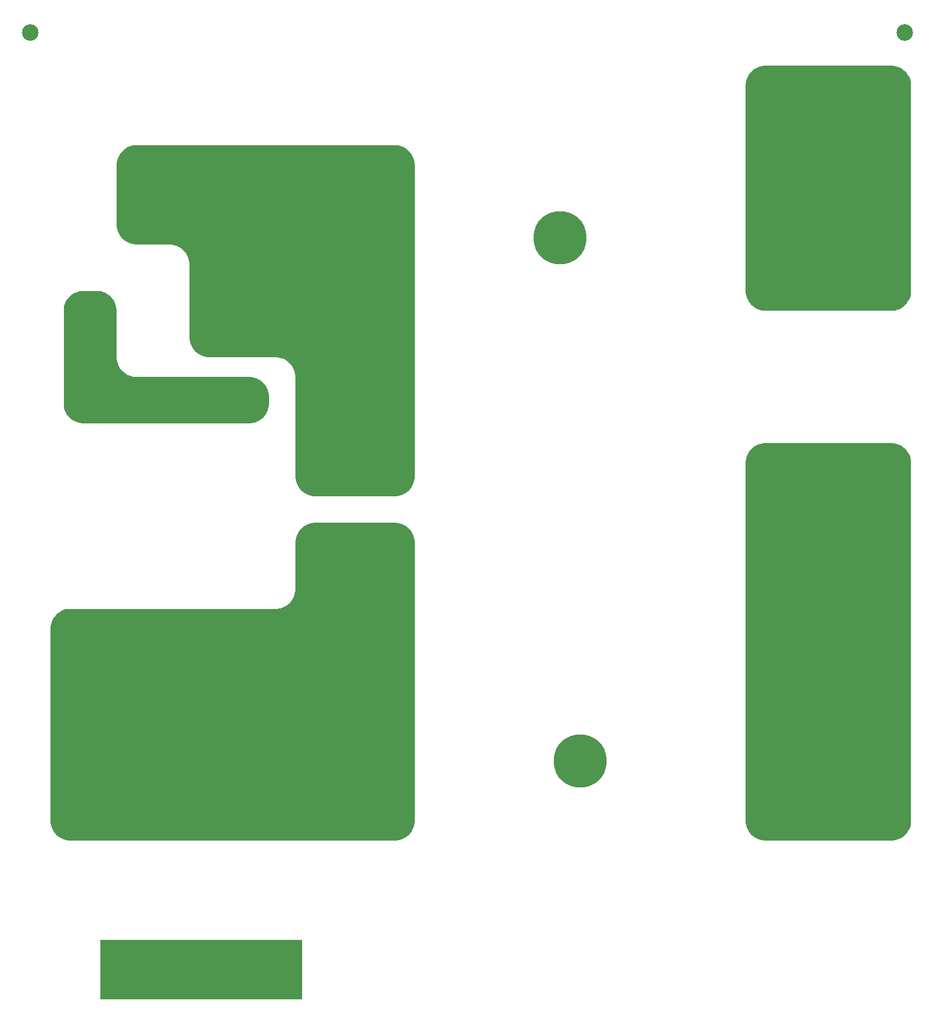
<source format=gbl>
G04 Layer_Physical_Order=2*
G04 Layer_Color=16711680*
%FSLAX44Y44*%
%MOMM*%
G71*
G01*
G75*
%ADD10C,7.0000*%
%ADD11C,8.0000*%
%ADD12C,2.4130*%
%ADD13C,2.0320*%
%ADD14C,2.5000*%
%ADD15C,2.0000*%
%ADD16C,1.2000*%
%ADD17R,30.5000X9.0000*%
G36*
X570000Y1350000D02*
X570000Y1350000D01*
X571966Y1350000D01*
X575865Y1349487D01*
X579664Y1348469D01*
X583297Y1346964D01*
X586703Y1344998D01*
X589823Y1342603D01*
X592603Y1339823D01*
X594997Y1336703D01*
X596964Y1333297D01*
X598469Y1329664D01*
X599487Y1325865D01*
X600000Y1321966D01*
Y1320000D01*
X600000Y850000D01*
X600000Y850000D01*
X600000Y848034D01*
X599487Y844135D01*
X598469Y840336D01*
X596964Y836703D01*
X594997Y833297D01*
X592603Y830177D01*
X589823Y827396D01*
X586703Y825002D01*
X583297Y823036D01*
X579664Y821531D01*
X575865Y820513D01*
X571966Y820000D01*
X570000Y820000D01*
X450000Y820000D01*
X448034Y820000D01*
X444135Y820513D01*
X440336Y821531D01*
X436703Y823036D01*
X433297Y825002D01*
X430177Y827396D01*
X427396Y830177D01*
X425002Y833297D01*
X423036Y836703D01*
X421531Y840336D01*
X420513Y844135D01*
X420000Y848034D01*
X420000Y850000D01*
X420000Y1000000D01*
X420000Y1000000D01*
X420000Y1000000D01*
X419935Y1001962D01*
X419423Y1005853D01*
X418408Y1009643D01*
X416906Y1013269D01*
X414944Y1016667D01*
X412555Y1019780D01*
X409780Y1022555D01*
X406667Y1024944D01*
X403269Y1026906D01*
X399643Y1028408D01*
X395853Y1029424D01*
X391962Y1029936D01*
X390000Y1030000D01*
X290000Y1030000D01*
X290000Y1030000D01*
X288034Y1030000D01*
X284135Y1030513D01*
X280336Y1031531D01*
X276703Y1033036D01*
X273297Y1035002D01*
X270177Y1037396D01*
X267396Y1040177D01*
X265002Y1043297D01*
X263036Y1046703D01*
X261531Y1050336D01*
X260513Y1054135D01*
X260000Y1058034D01*
Y1060000D01*
X260000Y1170000D01*
X260000Y1170000D01*
X260000Y1170000D01*
X259935Y1171962D01*
X259423Y1175853D01*
X258408Y1179643D01*
X256906Y1183269D01*
X254944Y1186667D01*
X252555Y1189780D01*
X249780Y1192555D01*
X246667Y1194944D01*
X243269Y1196906D01*
X239643Y1198408D01*
X235853Y1199424D01*
X231962Y1199936D01*
X230000Y1200000D01*
X180000Y1200000D01*
X178034D01*
X174135Y1200513D01*
X170336Y1201531D01*
X166703Y1203036D01*
X163297Y1205002D01*
X160177Y1207396D01*
X157396Y1210177D01*
X155002Y1213297D01*
X153036Y1216703D01*
X151531Y1220336D01*
X150513Y1224135D01*
X150000Y1228034D01*
Y1230000D01*
Y1320000D01*
Y1321966D01*
X150513Y1325865D01*
X151531Y1329664D01*
X153036Y1333297D01*
X155002Y1336703D01*
X157396Y1339823D01*
X160177Y1342603D01*
X163297Y1344998D01*
X166703Y1346964D01*
X170336Y1348469D01*
X174135Y1349487D01*
X178034Y1350000D01*
X180000D01*
X570000Y1350000D01*
X570000Y1350000D01*
D02*
G37*
G36*
X450000Y780000D02*
X570000Y780000D01*
X570000Y780000D01*
X570000Y780000D01*
X571966Y780000D01*
X575865Y779487D01*
X579664Y778469D01*
X583297Y776964D01*
X586703Y774997D01*
X589823Y772604D01*
X592603Y769823D01*
X594998Y766703D01*
X596964Y763297D01*
X598469Y759664D01*
X599487Y755865D01*
X600000Y751966D01*
X600000Y750000D01*
X600000Y330000D01*
X600000Y330000D01*
X600000Y328034D01*
X599487Y324135D01*
X598469Y320336D01*
X596964Y316703D01*
X594997Y313297D01*
X592603Y310177D01*
X589823Y307396D01*
X586703Y305002D01*
X583297Y303036D01*
X579664Y301531D01*
X575865Y300513D01*
X571966Y300000D01*
X570000Y300000D01*
X80000Y300000D01*
X80000Y300000D01*
X78034D01*
X74135Y300513D01*
X70336Y301531D01*
X66703Y303036D01*
X63297Y305002D01*
X60177Y307396D01*
X57396Y310177D01*
X55002Y313297D01*
X53036Y316703D01*
X51531Y320336D01*
X50513Y324135D01*
X50000Y328034D01*
Y330000D01*
X50000Y618804D01*
X50000Y620000D01*
X50000Y620000D01*
X50000Y620000D01*
X50000Y620000D01*
X50000Y621966D01*
X50513Y625865D01*
X51531Y629664D01*
X53036Y633297D01*
X55002Y636703D01*
X57396Y639823D01*
X60177Y642604D01*
X63297Y644998D01*
X66703Y646964D01*
X70336Y648469D01*
X74135Y649487D01*
X78034Y650000D01*
X80000Y650000D01*
X388793Y650000D01*
X390000Y650000D01*
X390000Y650000D01*
X390000Y650000D01*
X391962Y650064D01*
X395853Y650576D01*
X399643Y651592D01*
X403269Y653094D01*
X406667Y655056D01*
X409780Y657445D01*
X412555Y660219D01*
X414944Y663333D01*
X416906Y666731D01*
X418408Y670357D01*
X419424Y674147D01*
X419936Y678038D01*
X420000Y680000D01*
X420000Y750000D01*
X420000Y750000D01*
X420000Y750000D01*
X420000Y751966D01*
X420513Y755865D01*
X421531Y759664D01*
X423036Y763297D01*
X425002Y766703D01*
X427396Y769823D01*
X430177Y772604D01*
X433297Y774998D01*
X436703Y776964D01*
X440336Y778469D01*
X444135Y779487D01*
X448034Y780000D01*
X450000Y780000D01*
D02*
G37*
G36*
X1320000Y900000D02*
X1321966Y900000D01*
X1325865Y899487D01*
X1329664Y898469D01*
X1333297Y896964D01*
X1336703Y894997D01*
X1339823Y892604D01*
X1342603Y889823D01*
X1344998Y886703D01*
X1346964Y883297D01*
X1348469Y879664D01*
X1349487Y875865D01*
X1350000Y871966D01*
Y870000D01*
Y330000D01*
X1350000Y330000D01*
Y328034D01*
X1349487Y324135D01*
X1348469Y320336D01*
X1346964Y316703D01*
X1344998Y313297D01*
X1342603Y310177D01*
X1339823Y307396D01*
X1336703Y305002D01*
X1333297Y303036D01*
X1329664Y301531D01*
X1325865Y300513D01*
X1321966Y300000D01*
X1130000D01*
X1128034Y300000D01*
X1124135Y300513D01*
X1120336Y301531D01*
X1116703Y303036D01*
X1113297Y305002D01*
X1110177Y307396D01*
X1107396Y310177D01*
X1105002Y313297D01*
X1103036Y316703D01*
X1101531Y320336D01*
X1100513Y324135D01*
X1100000Y328034D01*
Y330000D01*
X1100000Y870000D01*
X1100000Y870000D01*
X1100000Y870000D01*
X1100000Y871966D01*
X1100513Y875865D01*
X1101531Y879664D01*
X1103036Y883297D01*
X1105002Y886703D01*
X1107396Y889823D01*
X1110177Y892604D01*
X1113297Y894998D01*
X1116703Y896964D01*
X1120336Y898469D01*
X1124135Y899487D01*
X1128034Y900000D01*
X1130000Y900000D01*
X1320000Y900000D01*
Y900000D01*
D02*
G37*
G36*
X1320000Y1470000D02*
X1320000Y1470000D01*
X1321966Y1470000D01*
X1325865Y1469487D01*
X1329664Y1468469D01*
X1333297Y1466964D01*
X1336703Y1464998D01*
X1339823Y1462603D01*
X1342603Y1459823D01*
X1344998Y1456703D01*
X1346964Y1453297D01*
X1348469Y1449664D01*
X1349487Y1445865D01*
X1350000Y1441966D01*
X1350000Y1440000D01*
X1350000Y1130000D01*
X1350000Y1130000D01*
X1350000Y1128033D01*
X1349486Y1124135D01*
X1348469Y1120336D01*
X1346964Y1116703D01*
X1344997Y1113297D01*
X1342603Y1110177D01*
X1339823Y1107396D01*
X1336703Y1105002D01*
X1333297Y1103036D01*
X1329664Y1101531D01*
X1325865Y1100513D01*
X1321966Y1100000D01*
X1320000Y1100000D01*
X1130000Y1100000D01*
X1130000Y1100000D01*
X1128034D01*
X1124135Y1100513D01*
X1120336Y1101531D01*
X1116703Y1103036D01*
X1113297Y1105002D01*
X1110177Y1107396D01*
X1107396Y1110177D01*
X1105002Y1113297D01*
X1103036Y1116703D01*
X1101531Y1120336D01*
X1100513Y1124135D01*
X1100000Y1128034D01*
X1100000Y1130000D01*
X1100000Y1440000D01*
X1100000Y1440000D01*
X1100000Y1440000D01*
X1100000Y1441966D01*
X1100513Y1445865D01*
X1101531Y1449664D01*
X1103036Y1453297D01*
X1105002Y1456703D01*
X1107396Y1459823D01*
X1110177Y1462603D01*
X1113297Y1464998D01*
X1116703Y1466964D01*
X1120336Y1468469D01*
X1124135Y1469487D01*
X1128034Y1470000D01*
X1130000Y1470000D01*
X1320000Y1470000D01*
X1320000Y1470000D01*
D02*
G37*
G36*
X125865Y1129487D02*
X129664Y1128469D01*
X133297Y1126964D01*
X136703Y1124998D01*
X139823Y1122604D01*
X142604Y1119823D01*
X144998Y1116703D01*
X146964Y1113297D01*
X148469Y1109664D01*
X149487Y1105865D01*
X150000Y1101966D01*
X150000Y1100000D01*
X150000D01*
Y1030000D01*
X150064Y1028038D01*
X150576Y1024147D01*
X151592Y1020357D01*
X153094Y1016731D01*
X155056Y1013333D01*
X157445Y1010220D01*
X160219Y1007445D01*
X163333Y1005056D01*
X166731Y1003094D01*
X170357Y1001592D01*
X174147Y1000576D01*
X178038Y1000064D01*
X180000Y1000000D01*
X180000Y1000000D01*
X350000Y1000000D01*
X351966D01*
X355865Y999487D01*
X359664Y998469D01*
X363297Y996964D01*
X366703Y994997D01*
X369823Y992604D01*
X372603Y989823D01*
X374997Y986703D01*
X376964Y983297D01*
X378469Y979664D01*
X379487Y975865D01*
X380000Y971966D01*
Y970000D01*
X380000D01*
X380000Y970000D01*
X380000Y958034D01*
X379487Y954135D01*
X378469Y950336D01*
X376964Y946703D01*
X374997Y943297D01*
X372603Y940177D01*
X369823Y937396D01*
X366703Y935002D01*
X363297Y933036D01*
X359664Y931531D01*
X355865Y930513D01*
X351966Y930000D01*
X350000D01*
X100000Y930000D01*
X98034Y930000D01*
X94135Y930513D01*
X90336Y931531D01*
X86703Y933036D01*
X83297Y935002D01*
X80177Y937396D01*
X77396Y940177D01*
X75002Y943297D01*
X73036Y946703D01*
X71531Y950336D01*
X70513Y954134D01*
X70000Y958033D01*
Y960000D01*
X70000Y1100000D01*
X70000Y1101966D01*
X70513Y1105865D01*
X71531Y1109664D01*
X73036Y1113297D01*
X75002Y1116703D01*
X77396Y1119823D01*
X80177Y1122603D01*
X83297Y1124997D01*
X86703Y1126964D01*
X90336Y1128468D01*
X94134Y1129486D01*
X98033Y1130000D01*
X100000Y1129999D01*
X100000Y1130000D01*
X120000Y1130000D01*
X121966D01*
X125865Y1129487D01*
D02*
G37*
D10*
X437500Y1210000D02*
D03*
X1202500D02*
D03*
X467500Y420000D02*
D03*
X1232500D02*
D03*
D11*
X820000Y1210000D02*
D03*
X850000Y420000D02*
D03*
D12*
X1225000Y800000D02*
D03*
X1174200D02*
D03*
X260000Y1280000D02*
D03*
X209200D02*
D03*
X1260800Y1420000D02*
D03*
X1210000D02*
D03*
X250000Y400000D02*
D03*
X199200D02*
D03*
D13*
X355000Y590000D02*
D03*
Y965000D02*
D03*
X145000Y590000D02*
D03*
Y965000D02*
D03*
D14*
X106650Y1070000D02*
D03*
X373350D02*
D03*
X1340000Y1520000D02*
D03*
X20000D02*
D03*
D15*
X500000Y838100D02*
D03*
Y761900D02*
D03*
D16*
X1335999Y826000D02*
D03*
Y796000D02*
D03*
Y766000D02*
D03*
Y736000D02*
D03*
Y706000D02*
D03*
X1305999Y856000D02*
D03*
Y826000D02*
D03*
Y796000D02*
D03*
Y766000D02*
D03*
Y736000D02*
D03*
Y706000D02*
D03*
Y676000D02*
D03*
X1276000Y856000D02*
D03*
Y826000D02*
D03*
Y796000D02*
D03*
Y766000D02*
D03*
Y736000D02*
D03*
Y706000D02*
D03*
Y676000D02*
D03*
X1246000Y856000D02*
D03*
Y826000D02*
D03*
Y796000D02*
D03*
Y766000D02*
D03*
Y736000D02*
D03*
Y706000D02*
D03*
Y676000D02*
D03*
X1216000Y856000D02*
D03*
Y826000D02*
D03*
Y766000D02*
D03*
Y736000D02*
D03*
Y706000D02*
D03*
Y676000D02*
D03*
X1186000Y856000D02*
D03*
Y826000D02*
D03*
Y766000D02*
D03*
Y736000D02*
D03*
Y706000D02*
D03*
Y676000D02*
D03*
X1156000Y856000D02*
D03*
Y826000D02*
D03*
Y766000D02*
D03*
Y736000D02*
D03*
Y706000D02*
D03*
Y676000D02*
D03*
X1126000Y826000D02*
D03*
Y796000D02*
D03*
Y766000D02*
D03*
Y736000D02*
D03*
Y706000D02*
D03*
X1335999Y1425999D02*
D03*
Y1395999D02*
D03*
Y1365999D02*
D03*
Y1335999D02*
D03*
Y1305999D02*
D03*
Y1276000D02*
D03*
Y1246000D02*
D03*
Y1216000D02*
D03*
Y1186000D02*
D03*
Y1156000D02*
D03*
X1305999Y1455999D02*
D03*
Y1425999D02*
D03*
Y1395999D02*
D03*
Y1365999D02*
D03*
Y1335999D02*
D03*
Y1305999D02*
D03*
Y1276000D02*
D03*
Y1246000D02*
D03*
Y1216000D02*
D03*
Y1186000D02*
D03*
Y1156000D02*
D03*
Y1126000D02*
D03*
X1276000Y1455999D02*
D03*
Y1395999D02*
D03*
Y1365999D02*
D03*
Y1335999D02*
D03*
Y1305999D02*
D03*
Y1276000D02*
D03*
Y1246000D02*
D03*
Y1216000D02*
D03*
Y1186000D02*
D03*
Y1156000D02*
D03*
Y1126000D02*
D03*
X1246000Y1455999D02*
D03*
Y1395999D02*
D03*
Y1365999D02*
D03*
Y1335999D02*
D03*
Y1305999D02*
D03*
Y1276000D02*
D03*
Y1246000D02*
D03*
Y1186000D02*
D03*
Y1156000D02*
D03*
Y1126000D02*
D03*
X1216000Y1455999D02*
D03*
Y1395999D02*
D03*
Y1365999D02*
D03*
Y1335999D02*
D03*
Y1305999D02*
D03*
Y1276000D02*
D03*
Y1156000D02*
D03*
Y1126000D02*
D03*
X1186000Y1455999D02*
D03*
Y1425999D02*
D03*
Y1395999D02*
D03*
Y1365999D02*
D03*
Y1335999D02*
D03*
Y1305999D02*
D03*
Y1276000D02*
D03*
Y1156000D02*
D03*
Y1126000D02*
D03*
X1156000Y1455999D02*
D03*
Y1425999D02*
D03*
Y1395999D02*
D03*
Y1365999D02*
D03*
Y1335999D02*
D03*
Y1305999D02*
D03*
Y1276000D02*
D03*
Y1246000D02*
D03*
Y1216000D02*
D03*
Y1186000D02*
D03*
Y1156000D02*
D03*
Y1126000D02*
D03*
X1126000Y1425999D02*
D03*
Y1395999D02*
D03*
Y1365999D02*
D03*
Y1335999D02*
D03*
Y1305999D02*
D03*
Y1276000D02*
D03*
Y1246000D02*
D03*
Y1216000D02*
D03*
Y1186000D02*
D03*
Y1156000D02*
D03*
X1120000Y375000D02*
D03*
Y405000D02*
D03*
Y435000D02*
D03*
Y465000D02*
D03*
Y495000D02*
D03*
X1150000Y345000D02*
D03*
Y375000D02*
D03*
Y405000D02*
D03*
Y435000D02*
D03*
Y465000D02*
D03*
Y495000D02*
D03*
Y525000D02*
D03*
X1180000Y345000D02*
D03*
Y495000D02*
D03*
Y525000D02*
D03*
X1210000Y345000D02*
D03*
Y495000D02*
D03*
Y525000D02*
D03*
X1240000Y345000D02*
D03*
Y495000D02*
D03*
Y525000D02*
D03*
X1270000Y345000D02*
D03*
Y495000D02*
D03*
Y525000D02*
D03*
X1300000Y345000D02*
D03*
Y375000D02*
D03*
Y405000D02*
D03*
Y435000D02*
D03*
Y465000D02*
D03*
Y495000D02*
D03*
Y525000D02*
D03*
X1330000Y375000D02*
D03*
Y405000D02*
D03*
Y435000D02*
D03*
Y465000D02*
D03*
Y495000D02*
D03*
X166000Y1216000D02*
D03*
Y1246000D02*
D03*
Y1276000D02*
D03*
Y1305999D02*
D03*
Y1335999D02*
D03*
X196000Y1216000D02*
D03*
Y1246000D02*
D03*
Y1305999D02*
D03*
Y1335999D02*
D03*
X226000Y1246000D02*
D03*
Y1305999D02*
D03*
Y1335999D02*
D03*
X256000Y1216000D02*
D03*
Y1246000D02*
D03*
Y1305999D02*
D03*
Y1335999D02*
D03*
X286000Y1216000D02*
D03*
Y1246000D02*
D03*
Y1276000D02*
D03*
Y1305999D02*
D03*
Y1335999D02*
D03*
X376000Y1126000D02*
D03*
Y1156000D02*
D03*
Y1186000D02*
D03*
Y1216000D02*
D03*
Y1246000D02*
D03*
Y1276000D02*
D03*
Y1305999D02*
D03*
X406000Y1126000D02*
D03*
Y1156000D02*
D03*
Y1246000D02*
D03*
Y1276000D02*
D03*
Y1305999D02*
D03*
X436000Y1126000D02*
D03*
Y1156000D02*
D03*
Y1276000D02*
D03*
Y1305999D02*
D03*
X466000Y1126000D02*
D03*
Y1156000D02*
D03*
Y1246000D02*
D03*
Y1276000D02*
D03*
Y1305999D02*
D03*
X496000Y1126000D02*
D03*
Y1156000D02*
D03*
Y1186000D02*
D03*
Y1216000D02*
D03*
Y1246000D02*
D03*
Y1276000D02*
D03*
Y1305999D02*
D03*
X76000Y316000D02*
D03*
Y346000D02*
D03*
Y376000D02*
D03*
Y406000D02*
D03*
Y436000D02*
D03*
Y466000D02*
D03*
X106000Y316000D02*
D03*
Y346000D02*
D03*
Y376000D02*
D03*
Y406000D02*
D03*
Y436000D02*
D03*
Y466000D02*
D03*
X136000Y316000D02*
D03*
Y346000D02*
D03*
Y376000D02*
D03*
Y406000D02*
D03*
Y436000D02*
D03*
Y466000D02*
D03*
X166000Y316000D02*
D03*
Y346000D02*
D03*
Y376000D02*
D03*
Y406000D02*
D03*
Y436000D02*
D03*
Y466000D02*
D03*
X196000Y316000D02*
D03*
Y346000D02*
D03*
Y376000D02*
D03*
Y436000D02*
D03*
Y466000D02*
D03*
X226000Y316000D02*
D03*
Y436000D02*
D03*
Y466000D02*
D03*
X256000Y316000D02*
D03*
Y346000D02*
D03*
Y376000D02*
D03*
Y436000D02*
D03*
Y466000D02*
D03*
X286000Y316000D02*
D03*
Y346000D02*
D03*
Y376000D02*
D03*
Y406000D02*
D03*
Y436000D02*
D03*
Y466000D02*
D03*
X316000Y316000D02*
D03*
Y346000D02*
D03*
Y376000D02*
D03*
Y406000D02*
D03*
Y436000D02*
D03*
Y466000D02*
D03*
X346000Y316000D02*
D03*
Y346000D02*
D03*
Y376000D02*
D03*
Y406000D02*
D03*
Y436000D02*
D03*
Y466000D02*
D03*
X376000Y316000D02*
D03*
Y346000D02*
D03*
Y376000D02*
D03*
Y406000D02*
D03*
Y436000D02*
D03*
Y466000D02*
D03*
X406000Y316000D02*
D03*
Y346000D02*
D03*
Y376000D02*
D03*
Y406000D02*
D03*
Y436000D02*
D03*
Y466000D02*
D03*
X436000Y316000D02*
D03*
Y346000D02*
D03*
Y376000D02*
D03*
Y466000D02*
D03*
X466000Y316000D02*
D03*
Y346000D02*
D03*
Y376000D02*
D03*
Y466000D02*
D03*
X496000Y316000D02*
D03*
Y346000D02*
D03*
Y376000D02*
D03*
Y466000D02*
D03*
X526000Y316000D02*
D03*
Y346000D02*
D03*
Y376000D02*
D03*
Y406000D02*
D03*
Y436000D02*
D03*
Y466000D02*
D03*
X556000Y316000D02*
D03*
Y346000D02*
D03*
Y376000D02*
D03*
Y406000D02*
D03*
Y436000D02*
D03*
Y466000D02*
D03*
X586000Y316000D02*
D03*
Y346000D02*
D03*
Y376000D02*
D03*
Y406000D02*
D03*
Y436000D02*
D03*
Y466000D02*
D03*
D17*
X277500Y105000D02*
D03*
M02*

</source>
